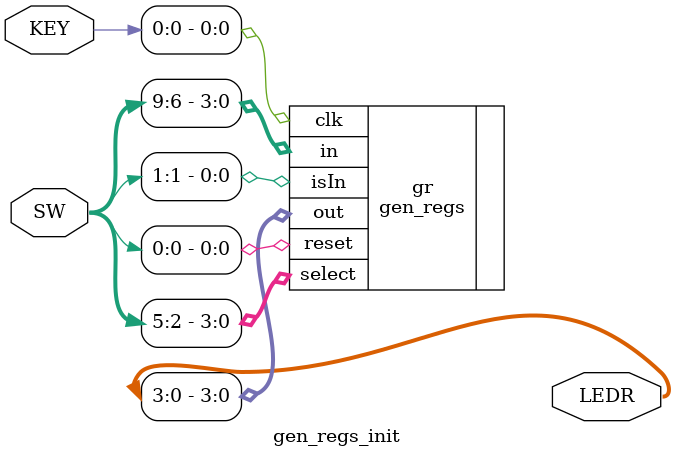
<source format=v>
module gen_regs_init(SW, LEDR, KEY);
	input[9:0] SW;
	output[9:0] LEDR;
	input [3:0] KEY;
	

	gen_regs#(.WIDTH(4), .SIZE(4)) gr(.in(SW[9:6]), .clk(KEY[0]), .select(SW[5:2]), .reset(SW[0]), .out(LEDR[3:0]), .isIn(SW[1]));

endmodule
</source>
